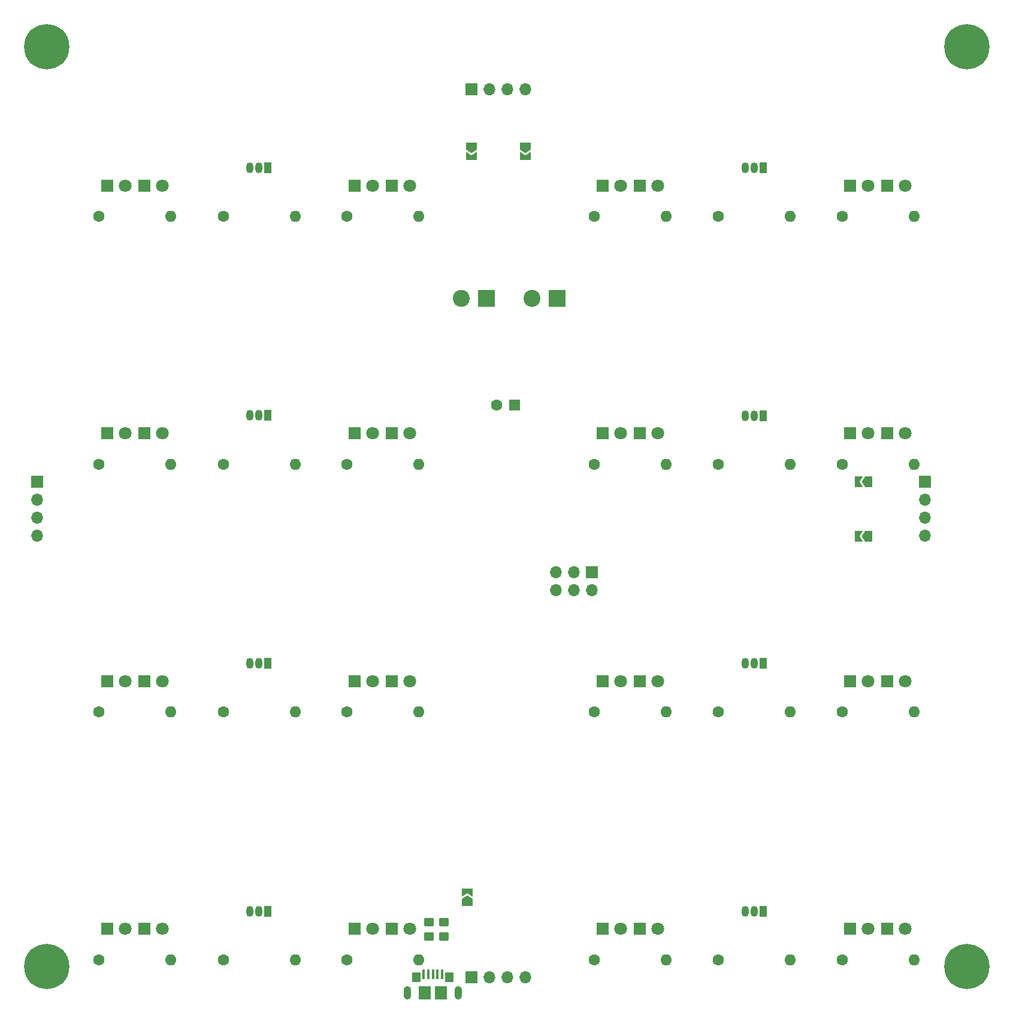
<source format=gbs>
G04 #@! TF.GenerationSoftware,KiCad,Pcbnew,(7.0.0-0)*
G04 #@! TF.CreationDate,2023-05-03T20:53:00-04:00*
G04 #@! TF.ProjectId,InteractiveLEDs,496e7465-7261-4637-9469-76654c454473,rev?*
G04 #@! TF.SameCoordinates,Original*
G04 #@! TF.FileFunction,Soldermask,Bot*
G04 #@! TF.FilePolarity,Negative*
%FSLAX46Y46*%
G04 Gerber Fmt 4.6, Leading zero omitted, Abs format (unit mm)*
G04 Created by KiCad (PCBNEW (7.0.0-0)) date 2023-05-03 20:53:00*
%MOMM*%
%LPD*%
G01*
G04 APERTURE LIST*
G04 Aperture macros list*
%AMRoundRect*
0 Rectangle with rounded corners*
0 $1 Rounding radius*
0 $2 $3 $4 $5 $6 $7 $8 $9 X,Y pos of 4 corners*
0 Add a 4 corners polygon primitive as box body*
4,1,4,$2,$3,$4,$5,$6,$7,$8,$9,$2,$3,0*
0 Add four circle primitives for the rounded corners*
1,1,$1+$1,$2,$3*
1,1,$1+$1,$4,$5*
1,1,$1+$1,$6,$7*
1,1,$1+$1,$8,$9*
0 Add four rect primitives between the rounded corners*
20,1,$1+$1,$2,$3,$4,$5,0*
20,1,$1+$1,$4,$5,$6,$7,0*
20,1,$1+$1,$6,$7,$8,$9,0*
20,1,$1+$1,$8,$9,$2,$3,0*%
%AMFreePoly0*
4,1,6,1.000000,0.000000,0.500000,-0.750000,-0.500000,-0.750000,-0.500000,0.750000,0.500000,0.750000,1.000000,0.000000,1.000000,0.000000,$1*%
%AMFreePoly1*
4,1,6,0.500000,-0.750000,-0.650000,-0.750000,-0.150000,0.000000,-0.650000,0.750000,0.500000,0.750000,0.500000,-0.750000,0.500000,-0.750000,$1*%
G04 Aperture macros list end*
%ADD10R,1.800000X1.800000*%
%ADD11C,1.800000*%
%ADD12C,1.600000*%
%ADD13O,1.600000X1.600000*%
%ADD14R,1.700000X1.700000*%
%ADD15O,1.700000X1.700000*%
%ADD16R,1.050000X1.500000*%
%ADD17O,1.050000X1.500000*%
%ADD18R,1.600000X1.600000*%
%ADD19C,6.400000*%
%ADD20R,2.400000X2.400000*%
%ADD21C,2.400000*%
%ADD22RoundRect,0.250000X-0.450000X0.350000X-0.450000X-0.350000X0.450000X-0.350000X0.450000X0.350000X0*%
%ADD23FreePoly0,270.000000*%
%ADD24FreePoly1,270.000000*%
%ADD25R,0.400000X1.400000*%
%ADD26O,1.050000X1.900000*%
%ADD27R,1.150000X1.450000*%
%ADD28R,1.750000X1.900000*%
%ADD29FreePoly0,90.000000*%
%ADD30FreePoly1,90.000000*%
%ADD31FreePoly0,180.000000*%
%ADD32FreePoly1,180.000000*%
G04 APERTURE END LIST*
D10*
X161549999Y-152649999D03*
D11*
X164090000Y-152650000D03*
D10*
X131799999Y-82649999D03*
D11*
X134340000Y-82650000D03*
D10*
X96799999Y-152649999D03*
D11*
X99340000Y-152650000D03*
D12*
X107980000Y-122000000D03*
D13*
X118139999Y-121999999D03*
D10*
X131799999Y-47649999D03*
D11*
X134340000Y-47650000D03*
D14*
X142999999Y-159499999D03*
D15*
X145539999Y-159499999D03*
X148079999Y-159499999D03*
X150619999Y-159499999D03*
D10*
X161549999Y-82649999D03*
D11*
X164090000Y-82650000D03*
D16*
X114269999Y-80099999D03*
D17*
X112999999Y-80099999D03*
X111729999Y-80099999D03*
D12*
X107980000Y-52000000D03*
D13*
X118139999Y-51999999D03*
D12*
X90370000Y-157000000D03*
D13*
X100529999Y-156999999D03*
D18*
X149082379Y-78599999D03*
D12*
X146582380Y-78600000D03*
D10*
X126549999Y-152649999D03*
D11*
X129090000Y-152650000D03*
D14*
X81599999Y-89499999D03*
D15*
X81599999Y-92039999D03*
X81599999Y-94579999D03*
X81599999Y-97119999D03*
D19*
X83000000Y-158000000D03*
D10*
X166799999Y-117649999D03*
D11*
X169340000Y-117650000D03*
D10*
X126549999Y-47649999D03*
D11*
X129090000Y-47650000D03*
D10*
X161549999Y-117649999D03*
D11*
X164090000Y-117650000D03*
D10*
X91549999Y-117649999D03*
D11*
X94090000Y-117650000D03*
D19*
X83000000Y-28000000D03*
D12*
X177920000Y-122000000D03*
D13*
X188079999Y-121999999D03*
D10*
X126549999Y-117649999D03*
D11*
X129090000Y-117650000D03*
D10*
X201799999Y-82649999D03*
D11*
X204340000Y-82650000D03*
D16*
X114269999Y-150149999D03*
D17*
X112999999Y-150149999D03*
X111729999Y-150149999D03*
D10*
X131799999Y-117649999D03*
D11*
X134340000Y-117650000D03*
D12*
X195420000Y-122000000D03*
D13*
X205579999Y-121999999D03*
D10*
X196549999Y-117649999D03*
D11*
X199090000Y-117650000D03*
D10*
X126549999Y-82649999D03*
D11*
X129090000Y-82650000D03*
D14*
X142999999Y-34024999D03*
D15*
X145539999Y-34024999D03*
X148079999Y-34024999D03*
X150619999Y-34024999D03*
D14*
X207124999Y-89499999D03*
D15*
X207124999Y-92039999D03*
X207124999Y-94579999D03*
X207124999Y-97119999D03*
D12*
X177920000Y-52000000D03*
D13*
X188079999Y-51999999D03*
D14*
X160024999Y-102224999D03*
D15*
X160024999Y-104764999D03*
X157484999Y-102224999D03*
X157484999Y-104764999D03*
X154944999Y-102224999D03*
X154944999Y-104764999D03*
D12*
X177920000Y-87000000D03*
D13*
X188079999Y-86999999D03*
D12*
X125420000Y-157000000D03*
D13*
X135579999Y-156999999D03*
D19*
X213000000Y-28000000D03*
D10*
X196549999Y-152649999D03*
D11*
X199090000Y-152650000D03*
D10*
X96799999Y-82649999D03*
D11*
X99340000Y-82650000D03*
D12*
X177920000Y-157000000D03*
D13*
X188079999Y-156999999D03*
D10*
X201799999Y-152649999D03*
D11*
X204340000Y-152650000D03*
D10*
X91549999Y-152649999D03*
D11*
X94090000Y-152650000D03*
D12*
X90370000Y-122000000D03*
D13*
X100529999Y-121999999D03*
D12*
X125420000Y-52000000D03*
D13*
X135579999Y-51999999D03*
D12*
X160420000Y-52000000D03*
D13*
X170579999Y-51999999D03*
D12*
X160420000Y-87000000D03*
D13*
X170579999Y-86999999D03*
D16*
X114269999Y-45099999D03*
D17*
X112999999Y-45099999D03*
X111729999Y-45099999D03*
D10*
X201799999Y-117649999D03*
D11*
X204340000Y-117650000D03*
D10*
X91549999Y-82649999D03*
D11*
X94090000Y-82650000D03*
D16*
X184219999Y-115149999D03*
D17*
X182949999Y-115149999D03*
X181679999Y-115149999D03*
D16*
X114269999Y-115099999D03*
D17*
X112999999Y-115099999D03*
X111729999Y-115099999D03*
D16*
X184219999Y-150149999D03*
D17*
X182949999Y-150149999D03*
X181679999Y-150149999D03*
D12*
X125420000Y-122000000D03*
D13*
X135579999Y-121999999D03*
D12*
X90370000Y-52000000D03*
D13*
X100529999Y-51999999D03*
D12*
X107980000Y-87000000D03*
D13*
X118139999Y-86999999D03*
D12*
X107980000Y-157000000D03*
D13*
X118139999Y-156999999D03*
D12*
X160420000Y-122000000D03*
D13*
X170579999Y-121999999D03*
D10*
X201799999Y-47649999D03*
D11*
X204340000Y-47650000D03*
D12*
X195420000Y-87000000D03*
D13*
X205579999Y-86999999D03*
D16*
X184219999Y-45149999D03*
D17*
X182949999Y-45149999D03*
X181679999Y-45149999D03*
D10*
X196549999Y-82649999D03*
D11*
X199090000Y-82650000D03*
D12*
X90370000Y-87000000D03*
D13*
X100529999Y-86999999D03*
D19*
X213000000Y-158000000D03*
D16*
X184219999Y-80149999D03*
D17*
X182949999Y-80149999D03*
X181679999Y-80149999D03*
D10*
X166799999Y-152649999D03*
D11*
X169340000Y-152650000D03*
D10*
X161549999Y-47649999D03*
D11*
X164090000Y-47650000D03*
D12*
X125420000Y-87000000D03*
D13*
X135579999Y-86999999D03*
D10*
X166799999Y-82649999D03*
D11*
X169340000Y-82650000D03*
D10*
X166799999Y-47649999D03*
D11*
X169340000Y-47650000D03*
D10*
X96799999Y-117649999D03*
D11*
X99340000Y-117650000D03*
D10*
X96799999Y-47649999D03*
D11*
X99340000Y-47650000D03*
D12*
X160420000Y-157000000D03*
D13*
X170579999Y-156999999D03*
D10*
X131799999Y-152649999D03*
D11*
X134340000Y-152650000D03*
D10*
X91549999Y-47649999D03*
D11*
X94090000Y-47650000D03*
D10*
X196549999Y-47649999D03*
D11*
X199090000Y-47650000D03*
D12*
X195420000Y-52000000D03*
D13*
X205579999Y-51999999D03*
D12*
X195420000Y-157000000D03*
D13*
X205579999Y-156999999D03*
D20*
X145099999Y-63549999D03*
D21*
X141600000Y-63550000D03*
D22*
X137050000Y-151700000D03*
X137050000Y-153700000D03*
D23*
X143000000Y-42025000D03*
D24*
X143000000Y-43475000D03*
D22*
X139150000Y-151700000D03*
X139150000Y-153700000D03*
D25*
X138874999Y-159049999D03*
X138224999Y-159049999D03*
X137574999Y-159049999D03*
X136924999Y-159049999D03*
X136274999Y-159049999D03*
D26*
X141149999Y-161699999D03*
D27*
X139894999Y-159469999D03*
D28*
X138699999Y-161699999D03*
X136449999Y-161699999D03*
D27*
X135254999Y-159469999D03*
D26*
X133999999Y-161699999D03*
D29*
X142400000Y-148900000D03*
D30*
X142400000Y-147450000D03*
D31*
X199125000Y-97200000D03*
D32*
X197675000Y-97200000D03*
D20*
X155099999Y-63549999D03*
D21*
X151600000Y-63550000D03*
D23*
X150600000Y-42025000D03*
D24*
X150600000Y-43475000D03*
D31*
X199125000Y-89500000D03*
D32*
X197675000Y-89500000D03*
M02*

</source>
